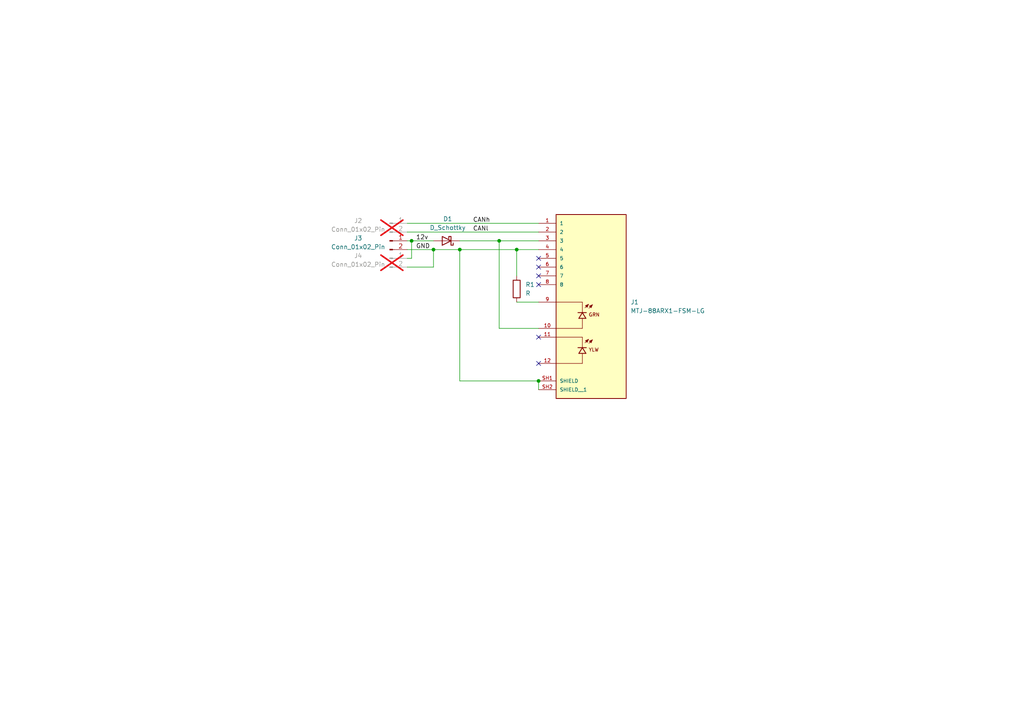
<source format=kicad_sch>
(kicad_sch (version 20250114) (generator "eeschema") (generator_version "9.0")
  (paper "A4")
  (lib_symbols
    (symbol "Connector:Conn_01x02_Pin" (pin_names (offset 1.016) (hide yes))
      (property "Reference" "J" (at 0 2.54 0))
      (property "Value" "Conn_01x02_Pin" (at 0 -5.08 0))
      (symbol "Conn_01x02_Pin_1_1"
        (rectangle (start 0.8636 0.127) (end 0 -0.127) (stroke (width 0.1524)) (fill (type outline)))
        (rectangle (start 0.8636 -2.413) (end 0 -2.667) (stroke (width 0.1524)) (fill (type outline)))
        (polyline (pts (xy 1.27 0) (xy 0.8636 0)) (stroke (width 0.1524)))
        (polyline (pts (xy 1.27 -2.54) (xy 0.8636 -2.54)) (stroke (width 0.1524)))
        (pin passive line (at 5.08 0 180) (length 3.81) (name "Pin_1") (number "1"))
        (pin passive line (at 5.08 -2.54 180) (length 3.81) (name "Pin_2") (number "2"))
      )
    )
    (symbol "Device:D_Schottky" (pin_numbers (hide yes)) (pin_names (offset 1.016) (hide yes))
      (property "Reference" "D" (at 0 2.54 0))
      (property "Value" "D_Schottky" (at 0 -2.54 0))
      (symbol "D_Schottky_0_1"
        (polyline (pts (xy -1.905 0.635) (xy -1.905 1.27) (xy -1.27 1.27) (xy -1.27 -1.27) (xy -0.635 -1.27) (xy -0.635 -0.635)) (stroke (width 0.254)))
        (polyline (pts (xy 1.27 1.27) (xy 1.27 -1.27) (xy -1.27 0) (xy 1.27 1.27)) (stroke (width 0.254)))
        (polyline (pts (xy 1.27 0) (xy -1.27 0)))
      )
      (symbol "D_Schottky_1_1"
        (pin passive line (at -3.81 0 0) (length 2.54) (name "K") (number "1"))
        (pin passive line (at 3.81 0 180) (length 2.54) (name "A") (number "2"))
      )
    )
    (symbol "Device:R" (pin_numbers (hide yes)) (pin_names (offset 0))
      (property "Reference" "R" (at 2.032 0 90))
      (property "Value" "R" (at 0 0 90))
      (symbol "R_0_1"
        (rectangle (start -1.016 -2.54) (end 1.016 2.54) (stroke (width 0.254)))
      )
      (symbol "R_1_1"
        (pin passive line (at 0 3.81 270) (length 1.27) (name "~") (number "1"))
        (pin passive line (at 0 -3.81 90) (length 1.27) (name "~") (number "2"))
      )
    )
    (symbol "MTJ-88ARX1-FSM-LG:MTJ-88ARX1-FSM-LG" (pin_names (offset 1.016))
      (property "Reference" "J" (at -10.16 26.67 0))
      (property "Value" "MTJ-88ARX1-FSM-LG" (at -10.16 -29.21 0))
      (symbol "MTJ-88ARX1-FSM-LG_0_0"
        (rectangle (start -10.16 -27.94) (end 10.16 25.4) (stroke (width 0.254)) (fill (type background)))
        (polyline (pts (xy -2.54 0) (xy -10.16 0)) (stroke (width 0.1524)))
        (polyline (pts (xy -2.54 -2.921) (xy -2.54 0)) (stroke (width 0.1524)))
        (polyline (pts (xy -2.54 -3.048) (xy -3.81 -3.048)) (stroke (width 0.254)))
        (polyline (pts (xy -2.54 -3.048) (xy -3.556 -4.699)) (stroke (width 0.254)))
        (polyline (pts (xy -2.54 -7.62) (xy -10.16 -7.62)) (stroke (width 0.1524)))
        (polyline (pts (xy -2.54 -7.62) (xy -2.54 -4.826)) (stroke (width 0.1524)))
        (polyline (pts (xy -2.54 -10.16) (xy -10.16 -10.16)) (stroke (width 0.1524)))
        (polyline (pts (xy -2.54 -13.081) (xy -2.54 -10.16)) (stroke (width 0.1524)))
        (polyline (pts (xy -2.54 -13.208) (xy -3.81 -13.208)) (stroke (width 0.254)))
        (polyline (pts (xy -2.54 -13.208) (xy -3.556 -14.859)) (stroke (width 0.254)))
        (polyline (pts (xy -2.54 -17.78) (xy -10.16 -17.78)) (stroke (width 0.1524)))
        (polyline (pts (xy -2.54 -17.78) (xy -2.54 -14.986)) (stroke (width 0.1524)))
        (polyline (pts (xy -1.778 -1.651) (xy -0.762 -0.635)) (stroke (width 0.1524)))
        (polyline (pts (xy -1.778 -11.811) (xy -0.762 -10.795)) (stroke (width 0.1524)))
        (polyline (pts (xy -1.524 -4.699) (xy -3.556 -4.699)) (stroke (width 0.254)))
        (polyline (pts (xy -1.524 -4.699) (xy -2.54 -3.048)) (stroke (width 0.254)))
        (polyline (pts (xy -1.524 -14.859) (xy -3.556 -14.859)) (stroke (width 0.254)))
        (polyline (pts (xy -1.524 -14.859) (xy -2.54 -13.208)) (stroke (width 0.254)))
        (polyline (pts (xy -1.397 -3.048) (xy -2.54 -3.048)) (stroke (width 0.254)))
        (polyline (pts (xy -1.397 -13.208) (xy -2.54 -13.208)) (stroke (width 0.254)))
        (polyline (pts (xy -0.762 -0.635) (xy -1.651 -1.016) (xy -1.143 -1.524) (xy -0.762 -0.635)) (stroke (width 0.1524)) (fill (type outline)))
        (polyline (pts (xy -0.762 -10.795) (xy -1.651 -11.176) (xy -1.143 -11.684) (xy -0.762 -10.795)) (stroke (width 0.1524)) (fill (type outline)))
        (polyline (pts (xy -0.635 -1.778) (xy 0.381 -0.762)) (stroke (width 0.1524)))
        (polyline (pts (xy -0.635 -11.938) (xy 0.381 -10.922)) (stroke (width 0.1524)))
        (polyline (pts (xy 0.381 -0.762) (xy -0.508 -1.143) (xy 0 -1.651) (xy 0.381 -0.762)) (stroke (width 0.1524)) (fill (type outline)))
        (polyline (pts (xy 0.381 -10.922) (xy -0.508 -11.303) (xy 0 -11.811) (xy 0.381 -10.922)) (stroke (width 0.1524)) (fill (type outline)))
        (text "GRN" (at -0.762 -3.048 0) (effects (font (size 1.016 1.016)) (justify left top)))
        (text "YLW" (at -0.762 -13.208 0) (effects (font (size 1.016 1.016)) (justify left top)))
        (pin passive line (at -15.24 22.86 0) (length 5.08) (name "1") (number "1"))
        (pin passive line (at -15.24 20.32 0) (length 5.08) (name "2") (number "2"))
        (pin passive line (at -15.24 17.78 0) (length 5.08) (name "3") (number "3"))
        (pin passive line (at -15.24 15.24 0) (length 5.08) (name "4") (number "4"))
        (pin passive line (at -15.24 12.7 0) (length 5.08) (name "5") (number "5"))
        (pin passive line (at -15.24 10.16 0) (length 5.08) (name "6") (number "6"))
        (pin passive line (at -15.24 7.62 0) (length 5.08) (name "7") (number "7"))
        (pin passive line (at -15.24 5.08 0) (length 5.08) (name "8") (number "8"))
        (pin passive line (at -15.24 0 0) (length 5.08) (name "~") (number "9"))
        (pin passive line (at -15.24 -7.62 0) (length 5.08) (name "~") (number "10"))
        (pin passive line (at -15.24 -10.16 0) (length 5.08) (name "~") (number "11"))
        (pin passive line (at -15.24 -17.78 0) (length 5.08) (name "~") (number "12"))
        (pin passive line (at -15.24 -22.86 0) (length 5.08) (name "SHIELD") (number "SH1"))
        (pin passive line (at -15.24 -25.4 0) (length 5.08) (name "SHIELD__1") (number "SH2"))
      )
    )
  )
  (junction (at 144.78 69.85))
  (junction (at 119.38 69.85))
  (junction (at 156.21 110.49))
  (junction (at 133.35 72.39))
  (junction (at 149.86 72.39))
  (junction (at 125.73 72.39))
  (no_connect (at 156.21 80.01))
  (no_connect (at 156.21 97.79))
  (no_connect (at 156.21 74.93))
  (no_connect (at 156.21 77.47))
  (no_connect (at 156.21 105.41))
  (no_connect (at 156.21 82.55))
  (wire (pts (xy 156.21 95.25) (xy 144.78 95.25)))
  (wire (pts (xy 118.11 67.31) (xy 156.21 67.31)))
  (wire (pts (xy 118.11 64.77) (xy 156.21 64.77)))
  (wire (pts (xy 125.73 72.39) (xy 133.35 72.39)))
  (wire (pts (xy 133.35 110.49) (xy 133.35 72.39)))
  (wire (pts (xy 156.21 110.49) (xy 156.21 113.03)))
  (wire (pts (xy 133.35 72.39) (xy 149.86 72.39)))
  (wire (pts (xy 119.38 69.85) (xy 125.73 69.85)))
  (wire (pts (xy 144.78 69.85) (xy 156.21 69.85)))
  (wire (pts (xy 118.11 69.85) (xy 119.38 69.85)))
  (wire (pts (xy 125.73 77.47) (xy 125.73 72.39)))
  (wire (pts (xy 149.86 72.39) (xy 156.21 72.39)))
  (wire (pts (xy 118.11 72.39) (xy 125.73 72.39)))
  (wire (pts (xy 156.21 110.49) (xy 133.35 110.49)))
  (wire (pts (xy 118.11 77.47) (xy 125.73 77.47)))
  (wire (pts (xy 149.86 87.63) (xy 156.21 87.63)))
  (wire (pts (xy 133.35 69.85) (xy 144.78 69.85)))
  (wire (pts (xy 118.11 74.93) (xy 119.38 74.93)))
  (wire (pts (xy 144.78 95.25) (xy 144.78 69.85)))
  (wire (pts (xy 119.38 74.93) (xy 119.38 69.85)))
  (wire (pts (xy 149.86 72.39) (xy 149.86 80.01)))
  (label "CANh" (at 137.16 64.77 0))
  (label "12v" (at 120.65 69.85 0))
  (label "CANl" (at 137.16 67.31 0))
  (label "GND" (at 120.65 72.39 0))
  (symbol (lib_id "MTJ-88ARX1-FSM-LG:MTJ-88ARX1-FSM-LG") (at 171.45 87.63 0) (unit 1)
    (property "Reference" "J1" (at 182.88 87.6299 0) (effects (justify left)))
    (property "Value" "MTJ-88ARX1-FSM-LG" (at 182.88 90.1699 0) (effects (justify left)))
    (property "Footprint" "MTJ_88ARX1_FSM_LG:ADAMTECH_MTJ-88ARX1-FSM-LG" (effects (hide yes)))
    (property "PARTREV" "H" (effects (hide yes)))
    (property "STANDARD" "Manufacturer Recommendations" (effects (hide yes)))
    (property "MAXIMUM_PACKAGE_HEIGHT" "13.20mm" (effects (hide yes)))
    (property "MANUFACTURER" "Adam Tech" (effects (hide yes)))
  )
  (symbol (lib_id "Device:R") (at 149.86 83.82 0) (unit 1)
    (property "Reference" "R1" (at 152.4 82.5499 0) (effects (justify left)))
    (property "Value" "R" (at 152.4 85.0899 0) (effects (justify left)))
    (property "Footprint" "Resistor_THT:R_Axial_DIN0207_L6.3mm_D2.5mm_P10.16mm_Horizontal" (effects (hide yes)))
    (property "Description" "Resistor" (effects (hide yes)))
  )
  (symbol (lib_id "Connector:Conn_01x02_Pin") (at 113.03 69.85 0) (unit 1)
    (property "Reference" "J3" (at 103.886 69.088 0))
    (property "Value" "Conn_01x02_Pin" (at 103.886 71.628 0))
    (property "Footprint" "TerminalBlock_WAGO:TerminalBlock_WAGO_2601-1102_1x02_P3.50mm_Horizontal" (effects (hide yes)))
    (property "Description" "Generic connector, single row, 01x02, script generated" (effects (hide yes)))
  )
  (symbol (lib_id "Device:D_Schottky") (at 129.54 69.85 180) (unit 1)
    (property "Reference" "D1" (at 129.8575 63.5 0))
    (property "Value" "D_Schottky" (at 129.8575 66.04 0))
    (property "Footprint" "Diode_THT:D_DO-41_SOD81_P10.16mm_Horizontal" (effects (hide yes)))
    (property "Description" "Schottky diode" (effects (hide yes)))
  )
  (symbol (lib_id "Connector:Conn_01x02_Pin") (at 113.03 74.93 0) (unit 1) (in_bom no) (dnp yes)
    (property "Reference" "J4" (at 103.886 74.168 0))
    (property "Value" "Conn_01x02_Pin" (at 103.886 76.708 0))
    (property "Footprint" "Connector_PinHeader_2.54mm:PinHeader_1x02_P2.54mm_Vertical" (effects (hide yes)))
    (property "Description" "Generic connector, single row, 01x02, script generated" (effects (hide yes)))
  )
  (symbol (lib_id "Connector:Conn_01x02_Pin") (at 113.03 64.77 0) (unit 1) (in_bom no) (dnp yes)
    (property "Reference" "J2" (at 103.886 64.008 0))
    (property "Value" "Conn_01x02_Pin" (at 103.886 66.548 0))
    (property "Footprint" "Connector_PinHeader_2.54mm:PinHeader_1x02_P2.54mm_Vertical" (effects (hide yes)))
    (property "Description" "Generic connector, single row, 01x02, script generated" (effects (hide yes)))
  )
)
</source>
